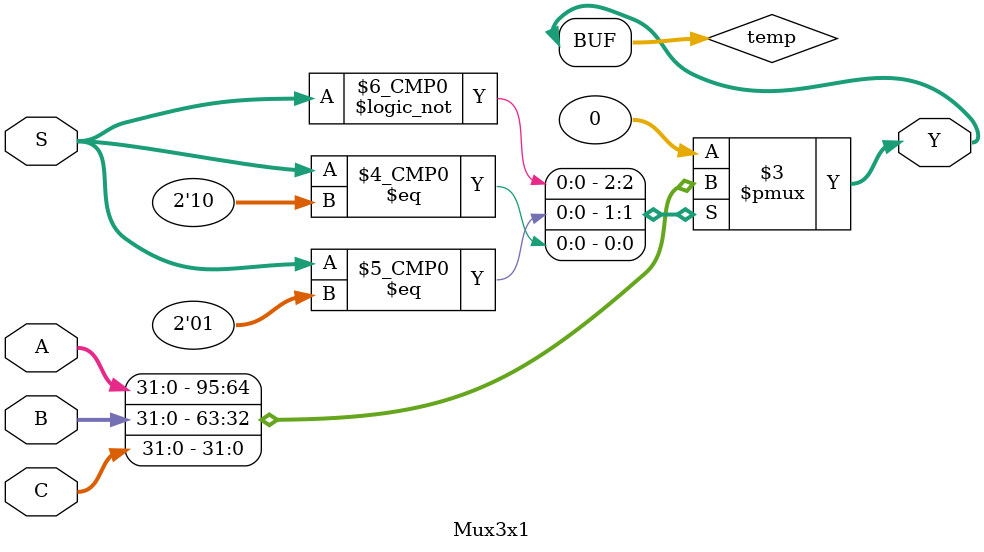
<source format=v>
module  Mux3x1 #(parameter WIDTH = 32) (
    input [WIDTH-1:0] A,
    input [WIDTH-1:0] B,
    input [WIDTH-1:0] C,
    input [1:0] S,
    output [WIDTH-1:0] Y
);

    reg [WIDTH-1:0] temp  ;

    assign Y = temp;

    always @(*) begin
        case(S)
            2'b00: temp = A;
            2'b01: temp = B;
            2'b10: temp = C;
            default: temp = 0;
        endcase
    end

endmodule
</source>
